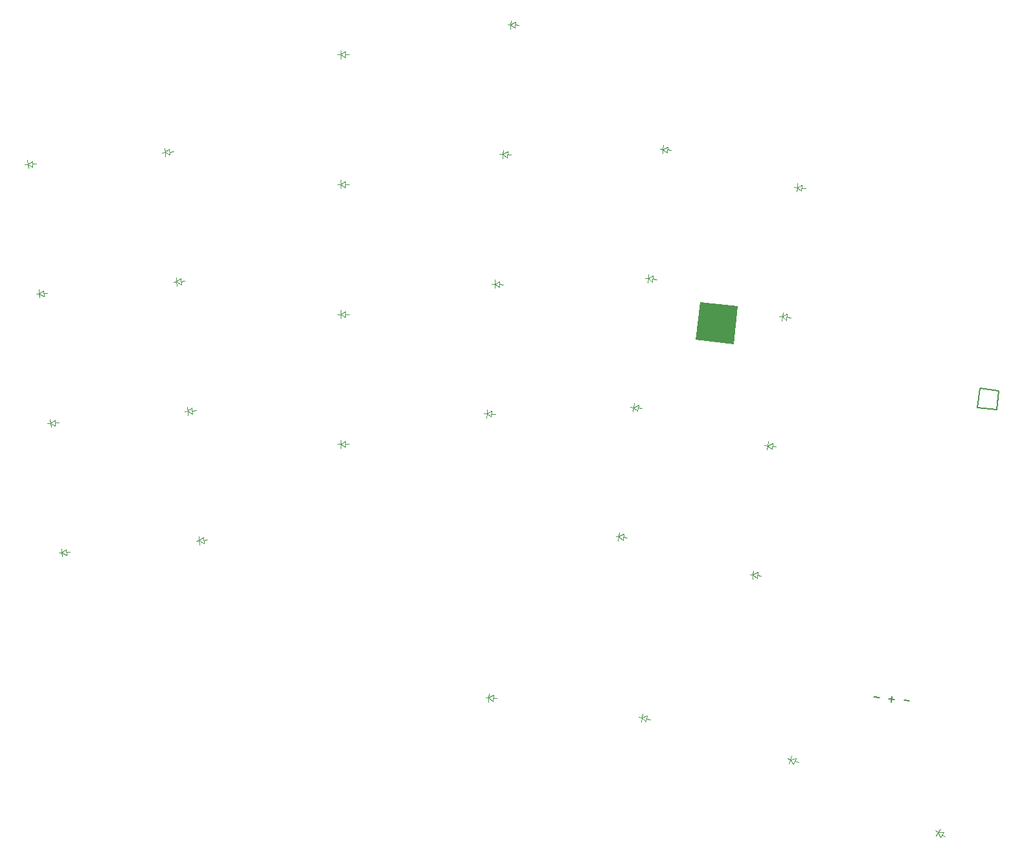
<source format=gbr>
%TF.GenerationSoftware,KiCad,Pcbnew,8.0.5-8.0.5-0~ubuntu22.04.1*%
%TF.CreationDate,2024-10-08T22:05:51+02:00*%
%TF.ProjectId,KeyboardV0,4b657962-6f61-4726-9456-302e6b696361,v1.0.0*%
%TF.SameCoordinates,Original*%
%TF.FileFunction,Legend,Bot*%
%TF.FilePolarity,Positive*%
%FSLAX46Y46*%
G04 Gerber Fmt 4.6, Leading zero omitted, Abs format (unit mm)*
G04 Created by KiCad (PCBNEW 8.0.5-8.0.5-0~ubuntu22.04.1) date 2024-10-08 22:05:51*
%MOMM*%
%LPD*%
G01*
G04 APERTURE LIST*
%ADD10C,0.000000*%
%ADD11C,0.150000*%
%ADD12C,0.100000*%
G04 APERTURE END LIST*
D10*
G36*
X228209453Y-107446077D02*
G01*
X227643437Y-112413936D01*
X222675578Y-111847920D01*
X223241594Y-106880061D01*
X228209453Y-107446077D01*
G37*
D11*
X247915212Y-158773614D02*
X248672219Y-158859864D01*
X248250590Y-159195243D02*
X248336840Y-158438236D01*
X249902355Y-159000020D02*
X250659362Y-159086270D01*
X245928066Y-158547207D02*
X246685073Y-158633457D01*
D12*
%TO.C,D9*%
X176854947Y-125886130D02*
X176254947Y-125486130D01*
X176854947Y-125486130D02*
X177354947Y-125486131D01*
X176854946Y-125086130D02*
X176854947Y-125886130D01*
X176254947Y-125486130D02*
X176854946Y-125086130D01*
X176254947Y-125486130D02*
X176254949Y-126036128D01*
X176254947Y-125486130D02*
X176254947Y-124936128D01*
X175854947Y-125486129D02*
X176254947Y-125486130D01*
%TO.C,D21*%
X230805944Y-142256752D02*
X230715382Y-143051610D01*
X230760663Y-142654181D02*
X231257449Y-142710782D01*
X230715382Y-143051610D02*
X230164519Y-142586260D01*
X230164519Y-142586260D02*
X230805944Y-142256752D01*
X230164519Y-142586260D02*
X230226784Y-142039795D01*
X230164519Y-142586260D02*
X230102258Y-143132722D01*
X229767091Y-142540978D02*
X230164519Y-142586260D01*
%TO.C,D4*%
X136014395Y-89219233D02*
X135381814Y-88873050D01*
X135979532Y-88820755D02*
X136477629Y-88777177D01*
X135944669Y-88422277D02*
X136014395Y-89219233D01*
X135381814Y-88873050D02*
X135944669Y-88422277D01*
X135381814Y-88873050D02*
X135429751Y-89420953D01*
X135381814Y-88873050D02*
X135333879Y-88325141D01*
X134983337Y-88907911D02*
X135381814Y-88873050D01*
%TO.C,D3*%
X137496042Y-106154544D02*
X136863461Y-105808361D01*
X137461179Y-105756066D02*
X137959276Y-105712488D01*
X137426316Y-105357588D02*
X137496042Y-106154544D01*
X136863461Y-105808361D02*
X137426316Y-105357588D01*
X136863461Y-105808361D02*
X136911398Y-106356264D01*
X136863461Y-105808361D02*
X136815526Y-105260452D01*
X136464984Y-105843222D02*
X136863461Y-105808361D01*
%TO.C,D18*%
X215185714Y-120347657D02*
X215095152Y-121142515D01*
X215140433Y-120745086D02*
X215637219Y-120801687D01*
X215095152Y-121142515D02*
X214544289Y-120677165D01*
X214544289Y-120677165D02*
X215185714Y-120347657D01*
X214544289Y-120677165D02*
X214606554Y-120130700D01*
X214544289Y-120677165D02*
X214482028Y-121223627D01*
X214146861Y-120631883D02*
X214544289Y-120677165D01*
D11*
%TO.C,MCU1*%
X262052302Y-121007342D02*
X262339837Y-118483668D01*
X259816163Y-118196132D02*
X262339837Y-118483668D01*
X259816163Y-118196132D02*
X259528628Y-120719806D01*
X259528628Y-120719806D02*
X262052302Y-121007342D01*
D12*
%TO.C,D8*%
X153945899Y-87650431D02*
X153313318Y-87304248D01*
X153911036Y-87251953D02*
X154409133Y-87208375D01*
X153876173Y-86853475D02*
X153945899Y-87650431D01*
X153313318Y-87304248D02*
X153876173Y-86853475D01*
X153313318Y-87304248D02*
X153361255Y-87852151D01*
X153313318Y-87304248D02*
X153265383Y-86756339D01*
X152914841Y-87339109D02*
X153313318Y-87304248D01*
%TO.C,D23*%
X234654854Y-108475307D02*
X234564292Y-109270165D01*
X234609573Y-108872736D02*
X235106359Y-108929337D01*
X234564292Y-109270165D02*
X234013429Y-108804815D01*
X234013429Y-108804815D02*
X234654854Y-108475307D01*
X234013429Y-108804815D02*
X234075694Y-108258350D01*
X234013429Y-108804815D02*
X233951168Y-109351277D01*
X233616001Y-108759533D02*
X234013429Y-108804815D01*
%TO.C,D12*%
X176854946Y-74886135D02*
X176254946Y-74486135D01*
X176854946Y-74486135D02*
X177354946Y-74486136D01*
X176854945Y-74086135D02*
X176854946Y-74886135D01*
X176254946Y-74486135D02*
X176854945Y-74086135D01*
X176254946Y-74486135D02*
X176254948Y-75036133D01*
X176254946Y-74486135D02*
X176254946Y-73936133D01*
X175854946Y-74486134D02*
X176254946Y-74486135D01*
%TO.C,D17*%
X213261256Y-137238376D02*
X213170694Y-138033234D01*
X213215975Y-137635805D02*
X213712761Y-137692406D01*
X213170694Y-138033234D02*
X212619831Y-137567884D01*
X212619831Y-137567884D02*
X213261256Y-137238376D01*
X212619831Y-137567884D02*
X212682096Y-137021419D01*
X212619831Y-137567884D02*
X212557570Y-138114346D01*
X212222403Y-137522602D02*
X212619831Y-137567884D01*
%TO.C,D14*%
X197046122Y-104168354D02*
X196997283Y-104966861D01*
X197021701Y-104567608D02*
X197520770Y-104598132D01*
X196997283Y-104966861D02*
X196422822Y-104530979D01*
X196422822Y-104530979D02*
X197046122Y-104168354D01*
X196422822Y-104530979D02*
X196456399Y-103982005D01*
X196422822Y-104530979D02*
X196389245Y-105079953D01*
X196023568Y-104506560D02*
X196422822Y-104530979D01*
%TO.C,D16*%
X199121772Y-70231772D02*
X199072933Y-71030279D01*
X199097351Y-70631026D02*
X199596420Y-70661550D01*
X199072933Y-71030279D02*
X198498472Y-70594397D01*
X198498472Y-70594397D02*
X199121772Y-70231772D01*
X198498472Y-70594397D02*
X198532049Y-70045423D01*
X198498472Y-70594397D02*
X198464895Y-71143371D01*
X198099218Y-70569978D02*
X198498472Y-70594397D01*
%TO.C,D15*%
X198083949Y-87200063D02*
X198035110Y-87998570D01*
X198059528Y-87599317D02*
X198558597Y-87629841D01*
X198035110Y-87998570D02*
X197460649Y-87562688D01*
X197460649Y-87562688D02*
X198083949Y-87200063D01*
X197460649Y-87562688D02*
X197494226Y-87013714D01*
X197460649Y-87562688D02*
X197427072Y-88111662D01*
X197061395Y-87538269D02*
X197460649Y-87562688D01*
%TO.C,D25*%
X196238732Y-158320069D02*
X196189893Y-159118576D01*
X196214311Y-158719323D02*
X196713380Y-158749847D01*
X196189893Y-159118576D02*
X195615432Y-158682694D01*
X195615432Y-158682694D02*
X196238732Y-158320069D01*
X195615432Y-158682694D02*
X195649009Y-158133720D01*
X195615432Y-158682694D02*
X195581855Y-159231668D01*
X195216178Y-158658275D02*
X195615432Y-158682694D01*
%TO.C,D19*%
X217110169Y-103456936D02*
X217019607Y-104251794D01*
X217064888Y-103854365D02*
X217561674Y-103910966D01*
X217019607Y-104251794D02*
X216468744Y-103786444D01*
X216468744Y-103786444D02*
X217110169Y-103456936D01*
X216468744Y-103786444D02*
X216531009Y-103239979D01*
X216468744Y-103786444D02*
X216406483Y-104332906D01*
X216071316Y-103741162D02*
X216468744Y-103786444D01*
%TO.C,D11*%
X176854948Y-91886133D02*
X176254948Y-91486133D01*
X176854948Y-91486133D02*
X177354948Y-91486134D01*
X176854947Y-91086133D02*
X176854948Y-91886133D01*
X176254948Y-91486133D02*
X176854947Y-91086133D01*
X176254948Y-91486133D02*
X176254950Y-92036131D01*
X176254948Y-91486133D02*
X176254948Y-90936131D01*
X175854948Y-91486132D02*
X176254948Y-91486133D01*
%TO.C,D28*%
X255070744Y-176241518D02*
X254640904Y-176916233D01*
X254855823Y-176578877D02*
X255277520Y-176847526D01*
X254640904Y-176916233D02*
X254349789Y-176256496D01*
X254349789Y-176256496D02*
X255070744Y-176241518D01*
X254349789Y-176256496D02*
X254645304Y-175792633D01*
X254349789Y-176256496D02*
X254054275Y-176720362D01*
X254012432Y-176041578D02*
X254349789Y-176256496D01*
%TO.C,D10*%
X176854946Y-108886135D02*
X176254946Y-108486135D01*
X176854946Y-108486135D02*
X177354946Y-108486136D01*
X176854945Y-108086135D02*
X176854946Y-108886135D01*
X176254946Y-108486135D02*
X176854945Y-108086135D01*
X176254946Y-108486135D02*
X176254948Y-109036133D01*
X176254946Y-108486135D02*
X176254946Y-107936133D01*
X175854946Y-108486134D02*
X176254946Y-108486135D01*
%TO.C,D6*%
X156909194Y-121521051D02*
X156276613Y-121174868D01*
X156874331Y-121122573D02*
X157372428Y-121078995D01*
X156839468Y-120724095D02*
X156909194Y-121521051D01*
X156276613Y-121174868D02*
X156839468Y-120724095D01*
X156276613Y-121174868D02*
X156324550Y-121722771D01*
X156276613Y-121174868D02*
X156228678Y-120626959D01*
X155878136Y-121209729D02*
X156276613Y-121174868D01*
%TO.C,D20*%
X219034623Y-86566214D02*
X218944061Y-87361072D01*
X218989342Y-86963643D02*
X219486128Y-87020244D01*
X218944061Y-87361072D02*
X218393198Y-86895722D01*
X218393198Y-86895722D02*
X219034623Y-86566214D01*
X218393198Y-86895722D02*
X218455463Y-86349257D01*
X218393198Y-86895722D02*
X218330937Y-87442184D01*
X217995770Y-86850440D02*
X218393198Y-86895722D01*
%TO.C,D5*%
X158390842Y-138456361D02*
X157758261Y-138110178D01*
X158355979Y-138057883D02*
X158854076Y-138014305D01*
X158321116Y-137659405D02*
X158390842Y-138456361D01*
X157758261Y-138110178D02*
X158321116Y-137659405D01*
X157758261Y-138110178D02*
X157806198Y-138658081D01*
X157758261Y-138110178D02*
X157710326Y-137562269D01*
X157359784Y-138145039D02*
X157758261Y-138110178D01*
%TO.C,D1*%
X140459340Y-140025162D02*
X139826759Y-139678979D01*
X140424477Y-139626684D02*
X140922574Y-139583106D01*
X140389614Y-139228206D02*
X140459340Y-140025162D01*
X139826759Y-139678979D02*
X140389614Y-139228206D01*
X139826759Y-139678979D02*
X139874696Y-140226882D01*
X139826759Y-139678979D02*
X139778824Y-139131070D01*
X139428282Y-139713840D02*
X139826759Y-139678979D01*
%TO.C,D7*%
X155427547Y-104585741D02*
X154794966Y-104239558D01*
X155392684Y-104187263D02*
X155890781Y-104143685D01*
X155357821Y-103788785D02*
X155427547Y-104585741D01*
X154794966Y-104239558D02*
X155357821Y-103788785D01*
X154794966Y-104239558D02*
X154842903Y-104787461D01*
X154794966Y-104239558D02*
X154747031Y-103691649D01*
X154396489Y-104274419D02*
X154794966Y-104239558D01*
%TO.C,D2*%
X138977688Y-123089853D02*
X138345107Y-122743670D01*
X138942825Y-122691375D02*
X139440922Y-122647797D01*
X138907962Y-122292897D02*
X138977688Y-123089853D01*
X138345107Y-122743670D02*
X138907962Y-122292897D01*
X138345107Y-122743670D02*
X138393044Y-123291573D01*
X138345107Y-122743670D02*
X138297172Y-122195761D01*
X137946630Y-122778531D02*
X138345107Y-122743670D01*
%TO.C,D22*%
X232730395Y-125366029D02*
X232639833Y-126160887D01*
X232685114Y-125763458D02*
X233181900Y-125820059D01*
X232639833Y-126160887D02*
X232088970Y-125695537D01*
X232088970Y-125695537D02*
X232730395Y-125366029D01*
X232088970Y-125695537D02*
X232151235Y-125149072D01*
X232088970Y-125695537D02*
X232026709Y-126241999D01*
X231691542Y-125650255D02*
X232088970Y-125695537D01*
%TO.C,D13*%
X196008295Y-121136648D02*
X195959456Y-121935155D01*
X195983874Y-121535902D02*
X196482943Y-121566426D01*
X195959456Y-121935155D02*
X195384995Y-121499273D01*
X195384995Y-121499273D02*
X196008295Y-121136648D01*
X195384995Y-121499273D02*
X195418572Y-120950299D01*
X195384995Y-121499273D02*
X195351418Y-122048247D01*
X194985741Y-121474854D02*
X195384995Y-121499273D01*
%TO.C,D27*%
X235762102Y-166583507D02*
X235495056Y-167337621D01*
X235628577Y-166960563D02*
X236099898Y-167127467D01*
X235495056Y-167337621D02*
X235062992Y-166760280D01*
X235062992Y-166760280D02*
X235762102Y-166583507D01*
X235062992Y-166760280D02*
X235246587Y-166241827D01*
X235062992Y-166760280D02*
X234879398Y-167278732D01*
X234685936Y-166626757D02*
X235062992Y-166760280D01*
%TO.C,D26*%
X216327993Y-161032473D02*
X216168499Y-161816414D01*
X216248246Y-161424443D02*
X216738209Y-161524128D01*
X216168499Y-161816414D02*
X215660290Y-161304822D01*
X215660290Y-161304822D02*
X216327993Y-161032473D01*
X215660290Y-161304822D02*
X215769944Y-160765863D01*
X215660290Y-161304822D02*
X215550639Y-161843781D01*
X215268321Y-161225074D02*
X215660290Y-161304822D01*
%TO.C,D24*%
X236579306Y-91584585D02*
X236488744Y-92379443D01*
X236534025Y-91982014D02*
X237030811Y-92038615D01*
X236488744Y-92379443D02*
X235937881Y-91914093D01*
X235937881Y-91914093D02*
X236579306Y-91584585D01*
X235937881Y-91914093D02*
X236000146Y-91367628D01*
X235937881Y-91914093D02*
X235875620Y-92460555D01*
X235540453Y-91868811D02*
X235937881Y-91914093D01*
%TD*%
M02*

</source>
